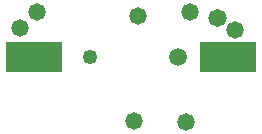
<source format=gbs>
G04*
G04 #@! TF.GenerationSoftware,Altium Limited,Altium Designer,25.4.2 (15)*
G04*
G04 Layer_Color=16711935*
%FSLAX44Y44*%
%MOMM*%
G71*
G04*
G04 #@! TF.SameCoordinates,CC5B27D0-6A48-44B3-9A3A-EAE5C0A25098*
G04*
G04*
G04 #@! TF.FilePolarity,Negative*
G04*
G01*
G75*
%ADD30C,1.2532*%
%ADD31C,1.5032*%
%ADD32C,1.4732*%
%ADD38R,4.7032X2.5032*%
D30*
X119049Y78347D02*
D03*
D31*
X193549D02*
D03*
D32*
X227584Y111760D02*
D03*
X227330D02*
D03*
X74168Y116494D02*
D03*
X156972Y24130D02*
D03*
X160274Y113284D02*
D03*
X204470Y116586D02*
D03*
X60452Y103124D02*
D03*
X242570Y101600D02*
D03*
X200660Y23368D02*
D03*
D38*
X72049Y78347D02*
D03*
X236049D02*
D03*
M02*

</source>
